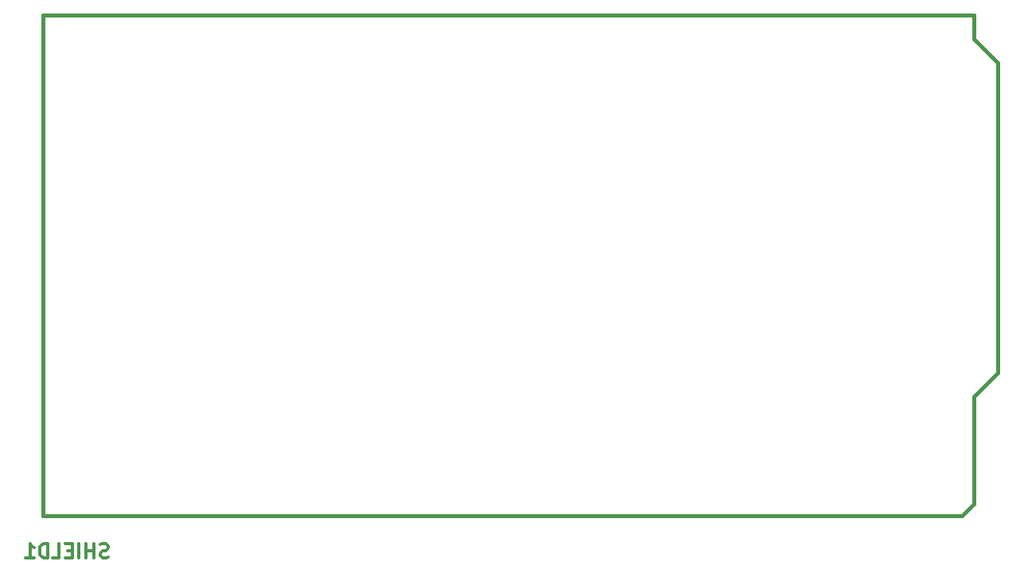
<source format=gbr>
G04 #@! TF.FileFunction,Legend,Bot*
%FSLAX46Y46*%
G04 Gerber Fmt 4.6, Leading zero omitted, Abs format (unit mm)*
G04 Created by KiCad (PCBNEW 4.0.1-3.201512221402+6198~38~ubuntu14.04.1-stable) date mar 09 feb 2016 12:07:44 CST*
%MOMM*%
G01*
G04 APERTURE LIST*
%ADD10C,0.100000*%
%ADD11C,0.381000*%
%ADD12C,0.304800*%
G04 APERTURE END LIST*
D10*
D11*
X182220000Y-62300000D02*
X83160000Y-62300000D01*
X180950000Y-115640000D02*
X83160000Y-115640000D01*
X182220000Y-102940000D02*
X182220000Y-114370000D01*
X182220000Y-114370000D02*
X180950000Y-115640000D01*
X83160000Y-62300000D02*
X83160000Y-115640000D01*
X182220000Y-102940000D02*
X184760000Y-100400000D01*
X184760000Y-100400000D02*
X184760000Y-67380000D01*
X184760000Y-67380000D02*
X182220000Y-64840000D01*
X182220000Y-64840000D02*
X182220000Y-62300000D01*
D12*
X90090571Y-120066857D02*
X89872857Y-120139429D01*
X89510000Y-120139429D01*
X89364857Y-120066857D01*
X89292286Y-119994286D01*
X89219714Y-119849143D01*
X89219714Y-119704000D01*
X89292286Y-119558857D01*
X89364857Y-119486286D01*
X89510000Y-119413714D01*
X89800286Y-119341143D01*
X89945428Y-119268571D01*
X90018000Y-119196000D01*
X90090571Y-119050857D01*
X90090571Y-118905714D01*
X90018000Y-118760571D01*
X89945428Y-118688000D01*
X89800286Y-118615429D01*
X89437428Y-118615429D01*
X89219714Y-118688000D01*
X88566571Y-120139429D02*
X88566571Y-118615429D01*
X88566571Y-119341143D02*
X87695714Y-119341143D01*
X87695714Y-120139429D02*
X87695714Y-118615429D01*
X86970000Y-120139429D02*
X86970000Y-118615429D01*
X86244286Y-119341143D02*
X85736286Y-119341143D01*
X85518572Y-120139429D02*
X86244286Y-120139429D01*
X86244286Y-118615429D01*
X85518572Y-118615429D01*
X84139715Y-120139429D02*
X84865429Y-120139429D01*
X84865429Y-118615429D01*
X83631715Y-120139429D02*
X83631715Y-118615429D01*
X83268858Y-118615429D01*
X83051143Y-118688000D01*
X82906001Y-118833143D01*
X82833429Y-118978286D01*
X82760858Y-119268571D01*
X82760858Y-119486286D01*
X82833429Y-119776571D01*
X82906001Y-119921714D01*
X83051143Y-120066857D01*
X83268858Y-120139429D01*
X83631715Y-120139429D01*
X81309429Y-120139429D02*
X82180286Y-120139429D01*
X81744858Y-120139429D02*
X81744858Y-118615429D01*
X81890001Y-118833143D01*
X82035143Y-118978286D01*
X82180286Y-119050857D01*
M02*

</source>
